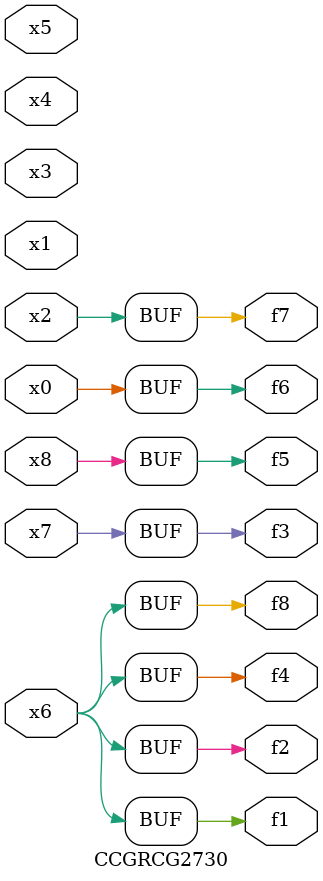
<source format=v>
module CCGRCG2730(
	input x0, x1, x2, x3, x4, x5, x6, x7, x8,
	output f1, f2, f3, f4, f5, f6, f7, f8
);
	assign f1 = x6;
	assign f2 = x6;
	assign f3 = x7;
	assign f4 = x6;
	assign f5 = x8;
	assign f6 = x0;
	assign f7 = x2;
	assign f8 = x6;
endmodule

</source>
